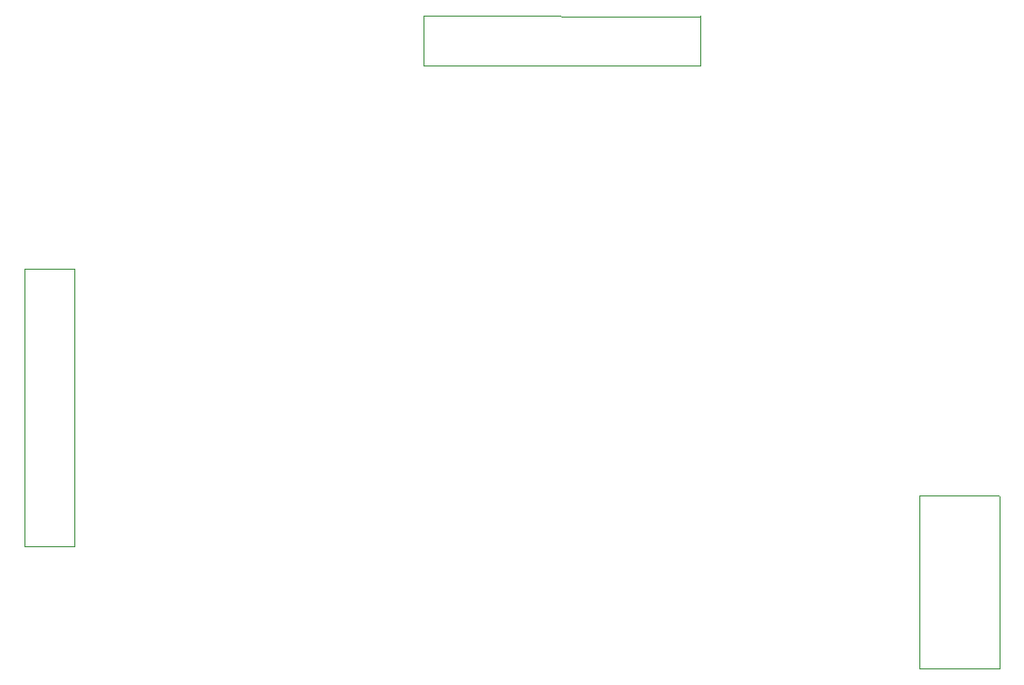
<source format=gm1>
G04*
G04 #@! TF.GenerationSoftware,Altium Limited,Altium Designer,18.1.11 (251)*
G04*
G04 Layer_Color=16711935*
%FSLAX25Y25*%
%MOIN*%
G70*
G01*
G75*
%ADD74C,0.00100*%
%ADD75C,0.00049*%
D74*
X377633Y414094D02*
X472120Y413982D01*
Y397109D02*
Y414092D01*
X377633Y397109D02*
X472120D01*
X377633D02*
Y414094D01*
X241812Y233243D02*
X258797D01*
Y327730D01*
X241813D02*
X258797D01*
X241812Y233243D02*
X241924Y327730D01*
D75*
X546644Y191723D02*
Y250623D01*
X573944D01*
X574244Y250323D01*
Y191623D02*
Y250323D01*
X574044Y191423D02*
X574244Y191623D01*
X546644Y191423D02*
X574044D01*
X546644D02*
Y191723D01*
M02*

</source>
